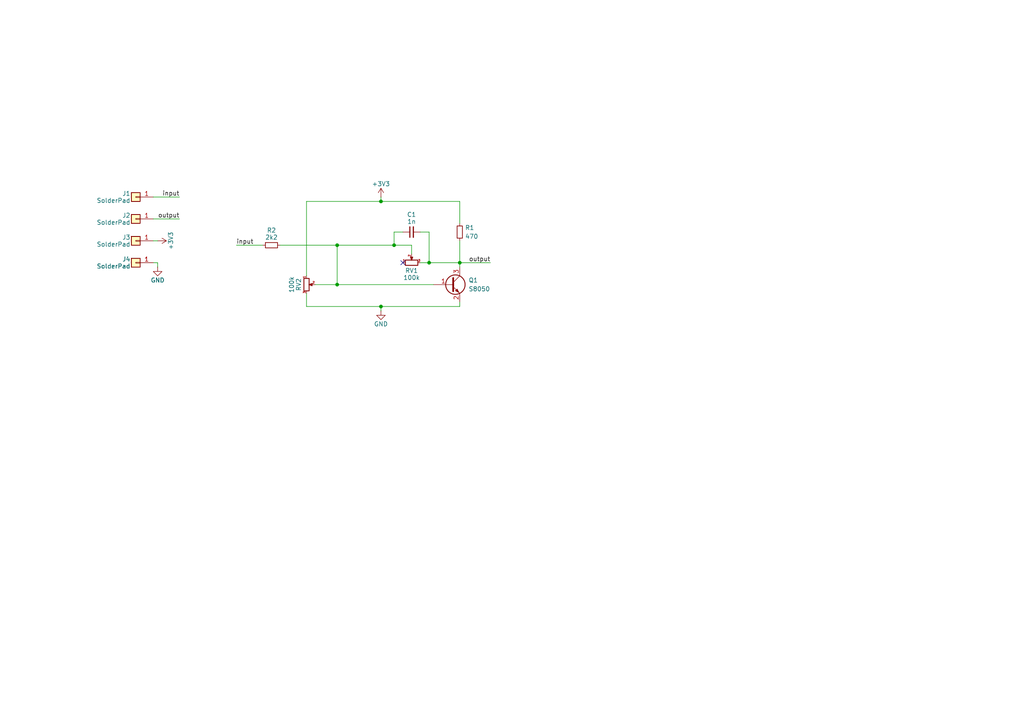
<source format=kicad_sch>
(kicad_sch (version 20231120) (generator "eeschema") (generator_version "8.0")
  (paper "A4")
  (title_block (title "Amplifier Test") (date "2024-05-06") (rev "1.0") (comment 8 "Amplifier Test") (comment 9 "Tim Goll"))
  (lib_symbols
    (symbol "Connector_Generic:Conn_01x01" (pin_names (offset 1.016) hide)
      (property "Reference" "J" (at 0 2.54 0))
      (property "Value" "Conn_01x01" (at 0 -2.54 0))
      (symbol "Conn_01x01_1_1"
        (rectangle (start -1.27 0.127) (end 0 -0.127) (stroke (width 0.1524)))
        (rectangle (start -1.27 1.27) (end 1.27 -1.27) (stroke (width 0.254)) (fill (type background)))
        (pin passive line (at -5.08 0 0) (length 3.81) (name "Pin_1") (number "1"))
      )
    )
    (symbol "Device:C_Small" (pin_numbers hide) (pin_names (offset 0.254) hide)
      (property "Reference" "C" (at 0.254 1.778 0))
      (property "Value" "C_Small" (at 0.254 -2.032 0))
      (symbol "C_Small_0_1"
        (polyline (pts (xy -1.524 -0.508) (xy 1.524 -0.508)) (stroke (width 0.3302)))
        (polyline (pts (xy -1.524 0.508) (xy 1.524 0.508)) (stroke (width 0.3048)))
      )
      (symbol "C_Small_1_1"
        (pin passive line (at 0 2.54 270) (length 2.032) (name "~") (number "1"))
        (pin passive line (at 0 -2.54 90) (length 2.032) (name "~") (number "2"))
      )
    )
    (symbol "Device:Q_NPN_BEC" (pin_names (offset 0) hide)
      (property "Reference" "Q" (at 5.08 1.27 0))
      (property "Value" "Q_NPN_BEC" (at 5.08 -1.27 0))
      (symbol "Q_NPN_BEC_0_1"
        (polyline (pts (xy 0.635 0.635) (xy 2.54 2.54)))
        (polyline (pts (xy 0.635 -0.635) (xy 2.54 -2.54) (xy 2.54 -2.54)))
        (polyline (pts (xy 0.635 1.905) (xy 0.635 -1.905) (xy 0.635 -1.905)) (stroke (width 0.508)))
        (polyline (pts (xy 1.27 -1.778) (xy 1.778 -1.27) (xy 2.286 -2.286) (xy 1.27 -1.778) (xy 1.27 -1.778)) (fill (type outline)))
        (circle (center 1.27 0) (radius 2.8194) (stroke (width 0.254)))
      )
      (symbol "Q_NPN_BEC_1_1"
        (pin input line (at -5.08 0 0) (length 5.715) (name "B") (number "1"))
        (pin passive line (at 2.54 -5.08 90) (length 2.54) (name "E") (number "2"))
        (pin passive line (at 2.54 5.08 270) (length 2.54) (name "C") (number "3"))
      )
    )
    (symbol "Device:R_Potentiometer_Small" (pin_names (offset 1.016) hide)
      (property "Reference" "RV" (at -4.445 0 90))
      (property "Value" "R_Potentiometer_Small" (at -2.54 0 90))
      (symbol "R_Potentiometer_Small_0_1"
        (polyline (pts (xy 0.889 0) (xy 0.635 0) (xy 1.651 0.381) (xy 1.651 -0.381) (xy 0.635 0) (xy 0.889 0)) (fill (type outline)))
        (rectangle (start 0.762 1.8034) (end -0.762 -1.8034) (stroke (width 0.254)))
      )
      (symbol "R_Potentiometer_Small_1_1"
        (pin passive line (at 0 2.54 270) (length 0.635) (name "1") (number "1"))
        (pin passive line (at 2.54 0 180) (length 0.9906) (name "2") (number "2"))
        (pin passive line (at 0 -2.54 90) (length 0.635) (name "3") (number "3"))
      )
    )
    (symbol "Device:R_Small" (pin_numbers hide) (pin_names (offset 0.254) hide)
      (property "Reference" "R" (at 0.762 0.508 0))
      (property "Value" "R_Small" (at 0.762 -1.016 0))
      (symbol "R_Small_0_1"
        (rectangle (start -0.762 1.778) (end 0.762 -1.778) (stroke (width 0.2032)))
      )
      (symbol "R_Small_1_1"
        (pin passive line (at 0 2.54 270) (length 0.762) (name "~") (number "1"))
        (pin passive line (at 0 -2.54 90) (length 0.762) (name "~") (number "2"))
      )
    )
    (symbol "power:+3V3" (power) (pin_numbers hide) (pin_names (offset 0) hide)
      (property "Value" "+3V3" (at 0 3.556 0))
      (symbol "+3V3_0_1"
        (polyline (pts (xy -0.762 1.27) (xy 0 2.54)))
        (polyline (pts (xy 0 0) (xy 0 2.54)))
        (polyline (pts (xy 0 2.54) (xy 0.762 1.27)))
      )
      (symbol "+3V3_1_1"
        (pin power_in line (at 0 0 90) (length 0) (name "~") (number "1"))
      )
    )
    (symbol "power:GND" (power) (pin_numbers hide) (pin_names (offset 0) hide)
      (property "Value" "GND" (at 0 -3.81 0))
      (symbol "GND_0_1"
        (polyline (pts (xy 0 0) (xy 0 -1.27) (xy 1.27 -1.27) (xy 0 -2.54) (xy -1.27 -1.27) (xy 0 -1.27)))
      )
      (symbol "GND_1_1"
        (pin power_in line (at 0 0 270) (length 0) (name "~") (number "1"))
      )
    )
  )
  (junction (at 110.49 88.9))
  (junction (at 110.49 58.42))
  (junction (at 124.46 76.2))
  (junction (at 97.79 71.12))
  (junction (at 133.35 76.2))
  (junction (at 114.3 71.12))
  (junction (at 97.79 82.55))
  (no_connect (at 116.84 76.2))
  (wire (pts (xy 44.45 57.15) (xy 52.07 57.15)))
  (wire (pts (xy 133.35 76.2) (xy 142.24 76.2)))
  (wire (pts (xy 110.49 88.9) (xy 110.49 90.17)))
  (wire (pts (xy 88.9 80.01) (xy 88.9 58.42)))
  (wire (pts (xy 88.9 58.42) (xy 110.49 58.42)))
  (wire (pts (xy 114.3 71.12) (xy 119.38 71.12)))
  (wire (pts (xy 110.49 58.42) (xy 133.35 58.42)))
  (wire (pts (xy 121.92 67.31) (xy 124.46 67.31)))
  (wire (pts (xy 119.38 73.66) (xy 119.38 71.12)))
  (wire (pts (xy 124.46 76.2) (xy 133.35 76.2)))
  (wire (pts (xy 110.49 88.9) (xy 133.35 88.9)))
  (wire (pts (xy 133.35 88.9) (xy 133.35 87.63)))
  (wire (pts (xy 110.49 57.15) (xy 110.49 58.42)))
  (wire (pts (xy 133.35 58.42) (xy 133.35 64.77)))
  (wire (pts (xy 97.79 71.12) (xy 114.3 71.12)))
  (wire (pts (xy 116.84 67.31) (xy 114.3 67.31)))
  (wire (pts (xy 121.92 76.2) (xy 124.46 76.2)))
  (wire (pts (xy 97.79 82.55) (xy 91.44 82.55)))
  (wire (pts (xy 114.3 67.31) (xy 114.3 71.12)))
  (wire (pts (xy 124.46 67.31) (xy 124.46 76.2)))
  (wire (pts (xy 133.35 69.85) (xy 133.35 76.2)))
  (wire (pts (xy 68.58 71.12) (xy 76.2 71.12)))
  (wire (pts (xy 45.72 77.47) (xy 45.72 76.2)))
  (wire (pts (xy 97.79 71.12) (xy 97.79 82.55)))
  (wire (pts (xy 88.9 88.9) (xy 110.49 88.9)))
  (wire (pts (xy 44.45 63.5) (xy 52.07 63.5)))
  (wire (pts (xy 97.79 82.55) (xy 125.73 82.55)))
  (wire (pts (xy 44.45 69.85) (xy 45.72 69.85)))
  (wire (pts (xy 133.35 76.2) (xy 133.35 77.47)))
  (wire (pts (xy 88.9 85.09) (xy 88.9 88.9)))
  (wire (pts (xy 81.28 71.12) (xy 97.79 71.12)))
  (wire (pts (xy 45.72 76.2) (xy 44.45 76.2)))
  (label "input" (at 52.07 57.15 180))
  (label "output" (at 142.24 76.2 180))
  (label "input" (at 68.58 71.12 0))
  (label "output" (at 52.07 63.5 180))
  (symbol (lib_id "power:GND") (at 110.49 90.17 0) (unit 1)
    (property "Reference" "#PWR01" (effects (hide yes)))
    (property "Value" "GND" (at 110.49 93.98 0))
    (property "Description" "Power symbol creates a global label with name \"GND\" , ground" (effects (hide yes)))
  )
  (symbol (lib_id "Connector_Generic:Conn_01x01") (at 39.37 76.2 0) (mirror y) (unit 1) (in_bom no)
    (property "Reference" "J4" (at 37.846 75.184 0) (effects (justify left)))
    (property "Value" "SolderPad" (at 37.846 77.216 0) (effects (justify left)))
    (property "Footprint" "#TimGollLib:solder_connector" (effects (hide yes)))
    (property "Description" "Generic connector, single row, 01x01, script generated (kicad-library-utils/schlib/autogen/connector/)" (effects (hide yes)))
  )
  (symbol (lib_id "Device:C_Small") (at 119.38 67.31 90) (unit 1)
    (property "Reference" "C1" (at 119.3737 62.23 90))
    (property "Value" "1n" (at 119.38 64.262 90))
    (property "Footprint" "Capacitor_SMD:C_0805_2012Metric" (effects (hide yes)))
    (property "Description" "Unpolarized capacitor, small symbol" (effects (hide yes)))
    (property "LCSC Part #" "C46653" (effects (hide yes)))
    (property "extended" "no" (effects (hide yes)))
  )
  (symbol (lib_id "Device:R_Potentiometer_Small") (at 88.9 82.55 0) (unit 1)
    (property "Reference" "RV2" (at 86.614 82.55 90))
    (property "Value" "100k" (at 84.582 82.55 90))
    (property "Footprint" "Potentiometer_THT:Potentiometer_Bourns_3296Y_Vertical" (effects (hide yes)))
    (property "LCSC Part #" "C780118" (effects (hide yes)))
    (property "extended" "yes" (effects (hide yes)))
  )
  (symbol (lib_id "power:GND") (at 45.72 77.47 0) (unit 1)
    (property "Reference" "#PWR04" (effects (hide yes)))
    (property "Value" "GND" (at 45.72 81.28 0))
    (property "Description" "Power symbol creates a global label with name \"GND\" , ground" (effects (hide yes)))
  )
  (symbol (lib_id "Connector_Generic:Conn_01x01") (at 39.37 57.15 0) (mirror y) (unit 1) (in_bom no)
    (property "Reference" "J1" (at 37.846 56.134 0) (effects (justify left)))
    (property "Value" "SolderPad" (at 37.846 58.166 0) (effects (justify left)))
    (property "Footprint" "#TimGollLib:solder_connector" (effects (hide yes)))
    (property "Description" "Generic connector, single row, 01x01, script generated (kicad-library-utils/schlib/autogen/connector/)" (effects (hide yes)))
  )
  (symbol (lib_id "Device:R_Potentiometer_Small") (at 119.38 76.2 90) (unit 1)
    (property "Reference" "RV1" (at 119.38 78.486 90))
    (property "Value" "100k" (at 119.38 80.518 90))
    (property "Footprint" "Potentiometer_THT:Potentiometer_Bourns_3296Y_Vertical" (effects (hide yes)))
    (property "LCSC Part #" "C780118" (effects (hide yes)))
    (property "extended" "yes" (effects (hide yes)))
  )
  (symbol (lib_id "Connector_Generic:Conn_01x01") (at 39.37 69.85 0) (mirror y) (unit 1) (in_bom no)
    (property "Reference" "J3" (at 37.846 68.834 0) (effects (justify left)))
    (property "Value" "SolderPad" (at 37.846 70.866 0) (effects (justify left)))
    (property "Footprint" "#TimGollLib:solder_connector" (effects (hide yes)))
    (property "Description" "Generic connector, single row, 01x01, script generated (kicad-library-utils/schlib/autogen/connector/)" (effects (hide yes)))
  )
  (symbol (lib_id "Device:Q_NPN_BEC") (at 130.81 82.55 0) (unit 1)
    (property "Reference" "Q1" (at 135.89 81.2799 0) (effects (justify left)))
    (property "Value" "S8050" (at 135.89 83.8199 0) (effects (justify left)))
    (property "Footprint" "Package_TO_SOT_SMD:SOT-23" (effects (hide yes)))
    (property "Description" "NPN transistor, base/emitter/collector" (effects (hide yes)))
    (property "LCSC Part #" "C2146" (effects (hide yes)))
    (property "extended" "no" (effects (hide yes)))
  )
  (symbol (lib_id "Device:R_Small") (at 133.35 67.31 0) (unit 1)
    (property "Reference" "R1" (at 134.874 66.04 0) (effects (justify left)))
    (property "Value" "470" (at 134.874 68.58 0) (effects (justify left)))
    (property "Footprint" "Resistor_SMD:R_0805_2012Metric" (effects (hide yes)))
    (property "Description" "Resistor, small symbol" (effects (hide yes)))
    (property "LCSC Part #" "C17710" (effects (hide yes)))
    (property "extended" "no" (effects (hide yes)))
  )
  (symbol (lib_id "power:+3V3") (at 110.49 57.15 0) (unit 1)
    (property "Reference" "#PWR02" (effects (hide yes)))
    (property "Value" "+3V3" (at 110.49 53.34 0))
    (property "Description" "Power symbol creates a global label with name \"+3V3\"" (effects (hide yes)))
  )
  (symbol (lib_id "Device:R_Small") (at 78.74 71.12 90) (unit 1)
    (property "Reference" "R2" (at 78.74 66.802 90))
    (property "Value" "2k2" (at 78.74 68.834 90))
    (property "Footprint" "Resistor_SMD:R_0805_2012Metric" (effects (hide yes)))
    (property "Description" "Resistor, small symbol" (effects (hide yes)))
    (property "LCSC Part #" "C17520" (effects (hide yes)))
    (property "extended" "no" (effects (hide yes)))
  )
  (symbol (lib_id "power:+3V3") (at 45.72 69.85 270) (unit 1)
    (property "Reference" "#PWR03" (effects (hide yes)))
    (property "Value" "+3V3" (at 49.53 69.85 0))
    (property "Description" "Power symbol creates a global label with name \"+3V3\"" (effects (hide yes)))
  )
  (symbol (lib_id "Connector_Generic:Conn_01x01") (at 39.37 63.5 0) (mirror y) (unit 1) (in_bom no)
    (property "Reference" "J2" (at 37.846 62.484 0) (effects (justify left)))
    (property "Value" "SolderPad" (at 37.846 64.516 0) (effects (justify left)))
    (property "Footprint" "#TimGollLib:solder_connector" (effects (hide yes)))
    (property "Description" "Generic connector, single row, 01x01, script generated (kicad-library-utils/schlib/autogen/connector/)" (effects (hide yes)))
  )
)
</source>
